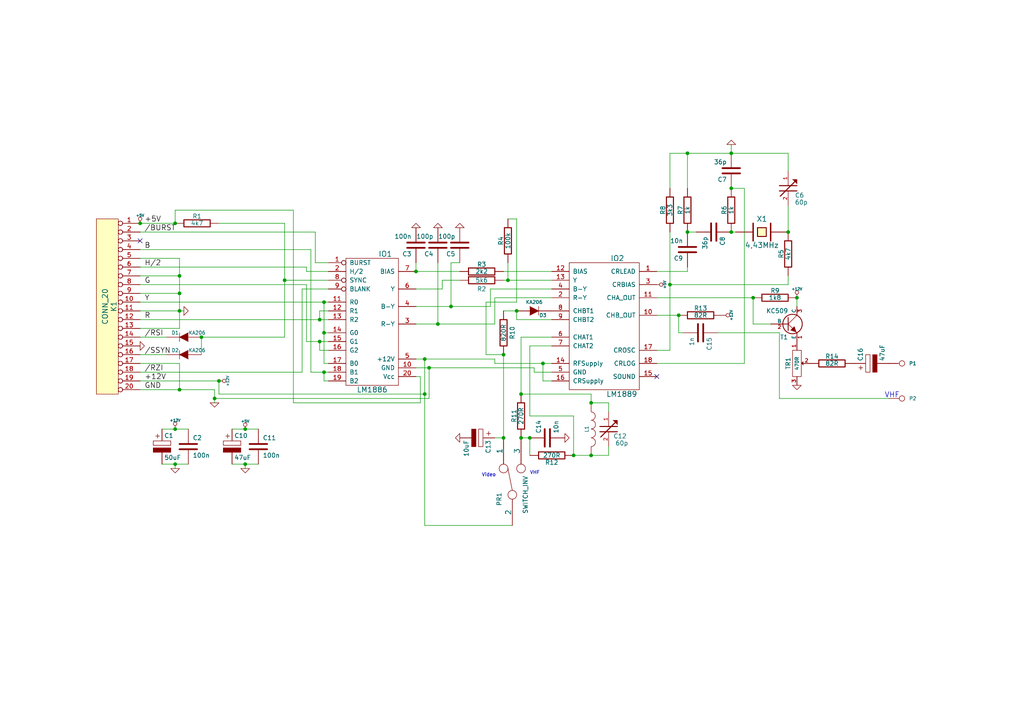
<source format=kicad_sch>
(kicad_sch (version 20211123) (generator eeschema)
  (paper "A4")
  (title_block (title "noname.sch") (date "4 mar 2012"))
  (lib_symbols
    (symbol "modulator-rescue:+12V" (power) (pin_numbers hide) (pin_names (offset 0))
      (property "Value" "+12V" (at 0 2.54 0))
      (symbol "+12V_0_0"
        (pin power_in line (at 0 0 90) (length 0) hide (name "+12V") (number "1"))
      )
      (symbol "+12V_0_1"
        (polyline (pts (xy 0 0) (xy 0 1.016) (xy 0 1.016)))
        (circle (center 0 1.524) (radius 0.508))
      )
    )
    (symbol "modulator-rescue:+5V" (power) (pin_names (offset 1.016))
      (property "Value" "+5V" (at 0 2.286 0))
      (symbol "+5V_0_0"
        (pin power_in line (at 0 0 90) (length 0) hide (name "+5V") (number "1"))
      )
      (symbol "+5V_0_1"
        (polyline (pts (xy 0 0) (xy 0 0.762) (xy 0 0.762) (xy 0 0.762)))
        (circle (center 0 1.27) (radius 0.508))
      )
    )
    (symbol "modulator-rescue:C" (pin_numbers hide) (pin_names (offset 0.254))
      (property "Reference" "C" (at 1.27 2.54 0))
      (property "Value" "C" (at 1.27 -2.54 0))
      (symbol "C_0_1"
        (polyline (pts (xy -2.54 -0.762) (xy 2.54 -0.762)) (stroke (width 0.508)))
        (polyline (pts (xy -2.54 0.762) (xy 2.54 0.762)) (stroke (width 0.508)))
      )
      (symbol "C_1_1"
        (pin passive line (at 0 5.08 270) (length 4.318) (name "~") (number "1"))
        (pin passive line (at 0 -5.08 90) (length 4.318) (name "~") (number "2"))
      )
    )
    (symbol "modulator-rescue:CONN_1" (pin_numbers hide) (pin_names (offset 0.762) hide)
      (property "Reference" "P" (at 2.032 0 0))
      (symbol "CONN_1_0_1"
        (polyline (pts (xy -0.762 0) (xy -1.27 0)))
        (circle (center 0 0) (radius 0.7874))
      )
      (symbol "CONN_1_1_1"
        (pin passive line (at -3.81 0 0) (length 2.54) (name "1") (number "1"))
      )
    )
    (symbol "modulator-rescue:CONN_20" (pin_names (offset 1.016) hide)
      (property "Reference" "P" (at -1.27 0 90))
      (property "Value" "CONN_20" (at 1.27 0 90))
      (symbol "CONN_20_0_1"
        (rectangle (start -2.54 -25.4) (end 3.81 25.4) (fill (type background)))
      )
      (symbol "CONN_20_1_1"
        (pin passive inverted (at -8.89 24.13 0) (length 6.35) (name "P1") (number "1"))
        (pin passive inverted (at -8.89 1.27 0) (length 6.35) (name "P10") (number "10"))
        (pin passive inverted (at -8.89 -1.27 0) (length 6.35) (name "P11") (number "11"))
        (pin passive inverted (at -8.89 -3.81 0) (length 6.35) (name "P12") (number "12"))
        (pin passive inverted (at -8.89 -6.35 0) (length 6.35) (name "P13") (number "13"))
        (pin passive inverted (at -8.89 -8.89 0) (length 6.35) (name "P14") (number "14"))
        (pin passive inverted (at -8.89 -11.43 0) (length 6.35) (name "P15") (number "15"))
        (pin passive inverted (at -8.89 -13.97 0) (length 6.35) (name "P16") (number "16"))
        (pin passive inverted (at -8.89 -16.51 0) (length 6.35) (name "P17") (number "17"))
        (pin passive inverted (at -8.89 -19.05 0) (length 6.35) (name "P18") (number "18"))
        (pin passive inverted (at -8.89 -21.59 0) (length 6.35) (name "P19") (number "19"))
        (pin passive inverted (at -8.89 21.59 0) (length 6.35) (name "P2") (number "2"))
        (pin passive inverted (at -8.89 -24.13 0) (length 6.35) (name "P20") (number "20"))
        (pin passive inverted (at -8.89 19.05 0) (length 6.35) (name "P3") (number "3"))
        (pin passive inverted (at -8.89 16.51 0) (length 6.35) (name "P4") (number "4"))
        (pin passive inverted (at -8.89 13.97 0) (length 6.35) (name "P5") (number "5"))
        (pin passive inverted (at -8.89 11.43 0) (length 6.35) (name "P6") (number "6"))
        (pin passive inverted (at -8.89 8.89 0) (length 6.35) (name "P7") (number "7"))
        (pin passive inverted (at -8.89 6.35 0) (length 6.35) (name "P8") (number "8"))
        (pin passive inverted (at -8.89 3.81 0) (length 6.35) (name "P9") (number "9"))
      )
    )
    (symbol "modulator-rescue:CRYSTAL" (pin_numbers hide) (pin_names (offset 1.016) hide)
      (property "Reference" "X" (at 0 3.81 0))
      (property "Value" "CRYSTAL" (at 0 -3.81 0))
      (symbol "CRYSTAL_0_1"
        (polyline (pts (xy -2.54 2.54) (xy -2.54 -2.54)) (stroke (width 0.4064)))
        (polyline (pts (xy 2.54 2.54) (xy 2.54 -2.54)) (stroke (width 0.4064)))
        (polyline (pts (xy -1.27 1.27) (xy 1.27 1.27) (xy 1.27 -1.27) (xy -1.27 -1.27) (xy -1.27 1.27)) (stroke (width 0.3048)) (fill (type background)))
      )
      (symbol "CRYSTAL_1_1"
        (pin passive line (at -7.62 0 0) (length 5.08) (name "1") (number "1"))
        (pin passive line (at 7.62 0 180) (length 5.08) (name "2") (number "2"))
      )
    )
    (symbol "modulator-rescue:CTRIM" (pin_names (offset 0.254))
      (property "Reference" "C" (at 3.302 -2.032 0))
      (property "Value" "CTRIM" (at 3.81 -4.064 0))
      (symbol "CTRIM_0_1"
        (polyline (pts (xy -2.54 -0.762) (xy 2.54 -0.762)) (stroke (width 0.3048)))
        (polyline (pts (xy -2.54 0.762) (xy 2.54 0.762)) (stroke (width 0.3048)))
        (polyline (pts (xy -2.286 -2.286) (xy 1.905 1.905)) (stroke (width 0.3048)))
        (polyline (pts (xy 1.27 2.54) (xy 2.54 2.54) (xy 2.54 1.27)) (fill (type outline)))
      )
      (symbol "CTRIM_1_1"
        (pin passive line (at 0 5.08 270) (length 4.318) (name "~") (number "1"))
        (pin passive line (at 0 -5.08 90) (length 4.318) (name "~") (number "2"))
      )
    )
    (symbol "modulator-rescue:C_POL" (pin_numbers hide) (pin_names (offset 0.254))
      (property "Reference" "C" (at 0.635 3.175 0))
      (property "Value" "C_POL" (at 0.635 -3.175 0))
      (symbol "C_POL_0_0"
        (text "+" (at -1.27 3.175 0) (effects (font (size 1.524 1.524))))
      )
      (symbol "C_POL_0_1"
        (rectangle (start -2.54 -0.381) (end 2.54 -1.651) (fill (type outline)))
        (polyline (pts (xy 2.54 0.381) (xy 2.54 1.651) (xy -2.54 1.651) (xy -2.54 0.381) (xy 2.54 0.381) (xy 2.54 0.381)))
      )
      (symbol "C_POL_1_1"
        (pin passive line (at 0 5.08 270) (length 3.302) (name "~") (number "1"))
        (pin passive line (at 0 -5.08 90) (length 4.318) (name "~") (number "2"))
      )
    )
    (symbol "modulator-rescue:DIODE" (pin_numbers hide) (pin_names (offset 1.016) hide)
      (property "Reference" "D" (at 0 2.54 0))
      (property "Value" "DIODE" (at 0 -2.54 0))
      (symbol "DIODE_0_1"
        (polyline (pts (xy 1.27 1.27) (xy 1.27 -1.27)) (stroke (width 0.1524)))
        (polyline (pts (xy -1.27 1.27) (xy 1.27 0) (xy -1.27 -1.27)) (fill (type outline)))
      )
      (symbol "DIODE_1_1"
        (pin passive line (at -5.08 0 0) (length 3.81) (name "A") (number "1"))
        (pin passive line (at 5.08 0 180) (length 3.81) (name "K") (number "2"))
      )
    )
    (symbol "modulator-rescue:GND" (power) (pin_names (offset 0))
      (symbol "GND_0_1"
        (polyline (pts (xy -1.27 0) (xy 0 -1.27) (xy 1.27 0) (xy -1.27 0)))
      )
      (symbol "GND_1_1"
        (pin power_in line (at 0 0 90) (length 0) hide (name "GND") (number "1"))
      )
    )
    (symbol "modulator-rescue:INDUCTOR" (pin_numbers hide) (pin_names (offset 1.016) hide)
      (property "Reference" "L" (at -1.27 0 90))
      (property "Value" "INDUCTOR" (at 2.54 0 90))
      (symbol "INDUCTOR_0_1"
        (arc (start 0.0254 -5.0546) (mid 1.245 -3.7973) (end 0.0254 -2.54))
        (arc (start 0.0254 -2.5146) (mid 1.2704 -1.2319) (end 0.0254 0.0508))
        (arc (start 0.0254 0.0254) (mid 1.2704 1.3081) (end 0.0254 2.5908))
        (arc (start 0.0254 2.5654) (mid 1.1942 3.7719) (end 0.0254 4.9784))
      )
      (symbol "INDUCTOR_1_1"
        (pin passive line (at 0 7.62 270) (length 2.54) (name "1") (number "1"))
        (pin passive line (at 0 -7.62 90) (length 2.54) (name "2") (number "2"))
      )
    )
    (symbol "modulator-rescue:LM1886" (pin_names (offset 1.016))
      (property "Reference" "U" (at 3.81 19.05 0))
      (property "Value" "LM1886" (at 0 -20.32 0))
      (symbol "LM1886_0_1"
        (rectangle (start -7.62 17.78) (end 7.62 -19.05))
      )
      (symbol "LM1886_1_1"
        (pin input inverted (at -12.7 16.51 0) (length 5.08) (name "BURST") (number "1"))
        (pin power_in line (at 12.7 -13.97 180) (length 5.08) (name "GND") (number "10"))
        (pin input line (at -12.7 5.08 0) (length 5.08) (name "R0") (number "11"))
        (pin input line (at -12.7 2.54 0) (length 5.08) (name "R1") (number "12"))
        (pin input line (at -12.7 0 0) (length 5.08) (name "R2") (number "13"))
        (pin input line (at -12.7 -3.81 0) (length 5.08) (name "G0") (number "14"))
        (pin input line (at -12.7 -6.35 0) (length 5.08) (name "G1") (number "15"))
        (pin input line (at -12.7 -8.89 0) (length 5.08) (name "G2") (number "16"))
        (pin input line (at -12.7 -12.7 0) (length 5.08) (name "B0") (number "17"))
        (pin input line (at -12.7 -15.24 0) (length 5.08) (name "B1") (number "18"))
        (pin input line (at -12.7 -17.78 0) (length 5.08) (name "B2") (number "19"))
        (pin input line (at -12.7 13.97 0) (length 5.08) (name "H/2") (number "2"))
        (pin power_in line (at 12.7 -16.51 180) (length 5.08) (name "Vcc") (number "20"))
        (pin output line (at 12.7 -1.27 180) (length 5.08) (name "R-Y") (number "3"))
        (pin output line (at 12.7 3.81 180) (length 5.08) (name "B-Y") (number "4"))
        (pin power_in line (at 12.7 -11.43 180) (length 5.08) (name "+12V") (number "5"))
        (pin output line (at 12.7 8.89 180) (length 5.08) (name "Y") (number "6"))
        (pin output line (at 12.7 13.97 180) (length 5.08) (name "BIAS") (number "7"))
        (pin input inverted (at -12.7 11.43 0) (length 5.08) (name "SYNC") (number "8"))
        (pin input inverted (at -12.7 8.89 0) (length 5.08) (name "BLANK") (number "9"))
      )
    )
    (symbol "modulator-rescue:LM1889" (pin_names (offset 1.016))
      (property "Reference" "U" (at 3.81 19.05 0))
      (property "Value" "LM1889" (at 0 -20.32 0))
      (symbol "LM1889_0_1"
        (rectangle (start -10.16 17.78) (end 10.16 -19.05))
      )
      (symbol "LM1889_1_1"
        (pin input line (at 15.24 15.24 180) (length 5.08) (name "CRLEAD") (number "1"))
        (pin output line (at 15.24 2.54 180) (length 5.08) (name "CHB_OUT") (number "10"))
        (pin output line (at 15.24 7.62 180) (length 5.08) (name "CHA_OUT") (number "11"))
        (pin output line (at -15.24 15.24 0) (length 5.08) (name "BIAS") (number "12"))
        (pin output line (at -15.24 12.7 0) (length 5.08) (name "Y") (number "13"))
        (pin power_in line (at -15.24 -11.43 0) (length 5.08) (name "RFSupply") (number "14"))
        (pin input line (at 15.24 -15.24 180) (length 5.08) (name "SOUND") (number "15"))
        (pin power_in line (at -15.24 -16.51 0) (length 5.08) (name "CRSupply") (number "16"))
        (pin output line (at 15.24 -7.62 180) (length 5.08) (name "CROSC") (number "17"))
        (pin input line (at 15.24 -11.43 180) (length 5.08) (name "CRLOG") (number "18"))
        (pin input line (at -15.24 7.62 0) (length 5.08) (name "R-Y") (number "2"))
        (pin input line (at 15.24 11.43 180) (length 5.08) (name "CRBIAS") (number "3"))
        (pin input line (at -15.24 10.16 0) (length 5.08) (name "B-Y") (number "4"))
        (pin power_in line (at -15.24 -13.97 0) (length 5.08) (name "GND") (number "5"))
        (pin input line (at -15.24 -3.81 0) (length 5.08) (name "CHAT1") (number "6"))
        (pin input line (at -15.24 -6.35 0) (length 5.08) (name "CHAT2") (number "7"))
        (pin input line (at -15.24 3.81 0) (length 5.08) (name "CHBT1") (number "8"))
        (pin input line (at -15.24 1.27 0) (length 5.08) (name "CHBT2") (number "9"))
      )
    )
    (symbol "modulator-rescue:NPN" (pin_names (offset 0))
      (property "Reference" "Q" (at 0 -3.81 0))
      (property "Value" "NPN" (at 0 3.81 0))
      (symbol "NPN_0_1"
        (polyline (pts (xy 0 0) (xy 2.54 2.54)))
        (polyline (pts (xy 0 1.905) (xy 0 -1.905) (xy 0 -1.905)) (stroke (width 0.254)))
        (polyline (pts (xy 1.27 -1.27) (xy 0 0) (xy 0 0)))
        (polyline (pts (xy 2.286 -2.286) (xy 2.54 -2.54) (xy 2.54 -2.54)))
        (polyline (pts (xy 2.286 -2.286) (xy 1.778 -0.762) (xy 0.762 -1.778) (xy 2.286 -2.286) (xy 2.286 -2.286)) (fill (type outline)))
        (circle (center 1.27 0) (radius 2.8194) (stroke (width 0.254)))
      )
      (symbol "NPN_1_1"
        (pin passive line (at 2.54 -5.08 90) (length 2.54) (name "E") (number "1"))
        (pin input line (at -5.08 0 0) (length 5.08) (name "B") (number "2"))
        (pin passive line (at 2.54 5.08 270) (length 2.54) (name "C") (number "3"))
      )
    )
    (symbol "modulator-rescue:POT" (pin_names (offset 1.016) hide)
      (property "Reference" "RV" (at 0 -2.54 0))
      (property "Value" "POT" (at 0 0 0))
      (symbol "POT_0_1"
        (rectangle (start -3.81 1.27) (end 3.81 -1.27))
        (polyline (pts (xy 0 1.27) (xy -0.508 1.778) (xy 0.508 1.778)) (fill (type outline)))
      )
      (symbol "POT_1_1"
        (pin passive line (at -6.35 0 0) (length 2.54) (name "1") (number "1"))
        (pin passive line (at 0 3.81 270) (length 2.032) (name "2") (number "2"))
        (pin passive line (at 6.35 0 180) (length 2.54) (name "3") (number "3"))
      )
    )
    (symbol "modulator-rescue:R" (pin_numbers hide) (pin_names (offset 0))
      (property "Reference" "R" (at 2.032 0 90))
      (property "Value" "R" (at 0 0 90))
      (symbol "R_0_1"
        (rectangle (start -1.016 3.81) (end 1.016 -3.81) (stroke (width 0.3048)))
      )
      (symbol "R_1_1"
        (pin passive line (at 0 6.35 270) (length 2.54) (name "~") (number "1"))
        (pin passive line (at 0 -6.35 90) (length 2.54) (name "~") (number "2"))
      )
    )
    (symbol "modulator-rescue:SWITCH_INV" (pin_numbers hide) (pin_names (offset 0))
      (property "Reference" "SW" (at -5.08 3.81 0))
      (property "Value" "SWITCH_INV" (at -3.81 -3.81 0))
      (symbol "SWITCH_INV_0_0"
        (circle (center -3.81 0) (radius 1.27))
        (circle (center 3.81 -2.54) (radius 1.27))
      )
      (symbol "SWITCH_INV_0_1"
        (polyline (pts (xy -2.54 0) (xy 3.81 1.27)))
        (circle (center 3.81 2.54) (radius 1.27))
      )
      (symbol "SWITCH_INV_1_1"
        (pin passive line (at 12.7 2.54 180) (length 7.62) (name "1") (number "1"))
        (pin passive line (at -12.7 0 0) (length 7.62) (name "2") (number "2"))
        (pin passive line (at 12.7 -2.54 180) (length 7.62) (name "3") (number "3"))
      )
    )
  )
  (junction (at 52.07 113.03))
  (junction (at 71.12 134.62))
  (junction (at 146.05 102.87))
  (junction (at 149.86 90.17))
  (junction (at 52.07 90.17))
  (junction (at 93.98 107.95))
  (junction (at 212.09 54.61))
  (junction (at 40.64 64.77))
  (junction (at 194.31 82.55))
  (junction (at 123.19 114.3))
  (junction (at 62.23 115.57))
  (junction (at 92.71 92.71))
  (junction (at 82.55 81.28))
  (junction (at 151.13 127))
  (junction (at 63.5 110.49))
  (junction (at 231.14 86.36))
  (junction (at 171.45 116.84))
  (junction (at 171.45 132.08))
  (junction (at 50.8 134.62))
  (junction (at 58.42 97.79))
  (junction (at 166.37 132.08))
  (junction (at 147.32 81.28))
  (junction (at 50.8 124.46))
  (junction (at 124.46 106.68))
  (junction (at 50.8 64.77))
  (junction (at 199.39 44.45))
  (junction (at 153.67 127))
  (junction (at 196.85 91.44))
  (junction (at 212.09 67.31))
  (junction (at 52.07 85.09))
  (junction (at 127 93.98))
  (junction (at 151.13 114.3))
  (junction (at 130.81 88.9))
  (junction (at 93.98 87.63))
  (junction (at 52.07 80.01))
  (junction (at 228.6 67.31))
  (junction (at 199.39 67.31))
  (junction (at 157.48 105.41))
  (junction (at 92.71 99.06))
  (junction (at 93.98 96.52))
  (junction (at 71.12 124.46))
  (junction (at 123.19 104.14))
  (junction (at 212.09 44.45))
  (junction (at 120.65 78.74))
  (junction (at 146.05 127))
  (junction (at 218.44 86.36))
  (no_connect (at 190.5 109.22))
  (no_connect (at 40.64 69.85))
  (wire (pts (xy 149.86 63.5) (xy 147.32 63.5)))
  (wire (pts (xy 40.64 80.01) (xy 52.07 80.01)))
  (wire (pts (xy 190.5 91.44) (xy 196.85 91.44)))
  (wire (pts (xy 90.17 72.39) (xy 40.64 72.39)))
  (wire (pts (xy 124.46 106.68) (xy 124.46 115.57)))
  (wire (pts (xy 166.37 120.65) (xy 166.37 132.08)))
  (wire (pts (xy 123.19 104.14) (xy 143.51 104.14)))
  (wire (pts (xy 257.81 115.57) (xy 226.06 115.57)))
  (wire (pts (xy 151.13 97.79) (xy 151.13 114.3)))
  (wire (pts (xy 149.86 92.71) (xy 149.86 90.17)))
  (wire (pts (xy 53.34 90.17) (xy 52.07 90.17)))
  (wire (pts (xy 160.02 107.95) (xy 154.94 107.95)))
  (wire (pts (xy 95.25 78.74) (xy 88.9 78.74)))
  (wire (pts (xy 48.26 97.79) (xy 40.64 97.79)))
  (wire (pts (xy 40.64 102.87) (xy 48.26 102.87)))
  (wire (pts (xy 190.5 101.6) (xy 194.31 101.6)))
  (wire (pts (xy 143.51 104.14) (xy 143.51 105.41)))
  (wire (pts (xy 140.97 102.87) (xy 146.05 102.87)))
  (wire (pts (xy 148.59 152.4) (xy 123.19 152.4)))
  (wire (pts (xy 212.09 44.45) (xy 212.09 41.91)))
  (wire (pts (xy 194.31 101.6) (xy 194.31 82.55)))
  (wire (pts (xy 199.39 77.47) (xy 199.39 78.74)))
  (wire (pts (xy 82.55 97.79) (xy 58.42 97.79)))
  (wire (pts (xy 130.81 88.9) (xy 130.81 76.2)))
  (wire (pts (xy 63.5 110.49) (xy 63.5 114.3)))
  (wire (pts (xy 93.98 105.41) (xy 95.25 105.41)))
  (wire (pts (xy 82.55 81.28) (xy 82.55 64.77)))
  (wire (pts (xy 143.51 127) (xy 146.05 127)))
  (wire (pts (xy 71.12 134.62) (xy 71.12 135.89)))
  (wire (pts (xy 160.02 83.82) (xy 142.24 83.82)))
  (wire (pts (xy 93.98 87.63) (xy 93.98 96.52)))
  (wire (pts (xy 198.12 96.52) (xy 196.85 96.52)))
  (wire (pts (xy 52.07 90.17) (xy 52.07 95.25)))
  (wire (pts (xy 194.31 44.45) (xy 194.31 54.61)))
  (wire (pts (xy 166.37 132.08) (xy 171.45 132.08)))
  (wire (pts (xy 212.09 44.45) (xy 228.6 44.45)))
  (wire (pts (xy 71.12 134.62) (xy 74.93 134.62)))
  (wire (pts (xy 171.45 114.3) (xy 171.45 116.84)))
  (wire (pts (xy 147.32 81.28) (xy 160.02 81.28)))
  (wire (pts (xy 88.9 78.74) (xy 88.9 77.47)))
  (wire (pts (xy 50.8 134.62) (xy 50.8 135.89)))
  (wire (pts (xy 63.5 114.3) (xy 123.19 114.3)))
  (wire (pts (xy 130.81 76.2) (xy 133.35 76.2)))
  (wire (pts (xy 226.06 115.57) (xy 226.06 96.52)))
  (wire (pts (xy 142.24 83.82) (xy 142.24 88.9)))
  (wire (pts (xy 199.39 44.45) (xy 212.09 44.45)))
  (wire (pts (xy 91.44 76.2) (xy 91.44 67.31)))
  (wire (pts (xy 199.39 78.74) (xy 190.5 78.74)))
  (wire (pts (xy 95.25 110.49) (xy 93.98 110.49)))
  (wire (pts (xy 124.46 115.57) (xy 62.23 115.57)))
  (wire (pts (xy 93.98 107.95) (xy 90.17 107.95)))
  (wire (pts (xy 228.6 82.55) (xy 228.6 80.01)))
  (wire (pts (xy 52.07 105.41) (xy 52.07 113.03)))
  (wire (pts (xy 143.51 86.36) (xy 160.02 86.36)))
  (wire (pts (xy 123.19 152.4) (xy 123.19 114.3)))
  (wire (pts (xy 153.67 100.33) (xy 153.67 120.65)))
  (wire (pts (xy 50.8 134.62) (xy 54.61 134.62)))
  (wire (pts (xy 71.12 124.46) (xy 74.93 124.46)))
  (wire (pts (xy 212.09 67.31) (xy 213.36 67.31)))
  (wire (pts (xy 93.98 87.63) (xy 95.25 87.63)))
  (wire (pts (xy 52.07 85.09) (xy 40.64 85.09)))
  (wire (pts (xy 121.92 109.22) (xy 120.65 109.22)))
  (wire (pts (xy 95.25 107.95) (xy 93.98 107.95)))
  (wire (pts (xy 85.09 116.84) (xy 121.92 116.84)))
  (wire (pts (xy 146.05 81.28) (xy 147.32 81.28)))
  (wire (pts (xy 176.53 119.38) (xy 176.53 116.84)))
  (wire (pts (xy 228.6 67.31) (xy 228.6 59.69)))
  (wire (pts (xy 40.64 107.95) (xy 87.63 107.95)))
  (wire (pts (xy 40.64 110.49) (xy 63.5 110.49)))
  (wire (pts (xy 201.93 67.31) (xy 199.39 67.31)))
  (wire (pts (xy 199.39 44.45) (xy 199.39 54.61)))
  (wire (pts (xy 196.85 96.52) (xy 196.85 91.44)))
  (wire (pts (xy 133.35 81.28) (xy 128.27 81.28)))
  (wire (pts (xy 228.6 44.45) (xy 228.6 49.53)))
  (wire (pts (xy 92.71 99.06) (xy 88.9 99.06)))
  (wire (pts (xy 128.27 83.82) (xy 120.65 83.82)))
  (wire (pts (xy 52.07 80.01) (xy 52.07 85.09)))
  (wire (pts (xy 146.05 127) (xy 146.05 102.87)))
  (wire (pts (xy 143.51 93.98) (xy 143.51 86.36)))
  (wire (pts (xy 142.24 88.9) (xy 130.81 88.9)))
  (wire (pts (xy 120.65 104.14) (xy 123.19 104.14)))
  (wire (pts (xy 160.02 110.49) (xy 157.48 110.49)))
  (wire (pts (xy 215.9 105.41) (xy 190.5 105.41)))
  (wire (pts (xy 160.02 100.33) (xy 153.67 100.33)))
  (wire (pts (xy 223.52 93.98) (xy 218.44 93.98)))
  (wire (pts (xy 50.8 64.77) (xy 40.64 64.77)))
  (wire (pts (xy 147.32 76.2) (xy 147.32 81.28)))
  (wire (pts (xy 212.09 54.61) (xy 215.9 54.61)))
  (wire (pts (xy 91.44 67.31) (xy 40.64 67.31)))
  (wire (pts (xy 153.67 120.65) (xy 166.37 120.65)))
  (wire (pts (xy 154.94 107.95) (xy 154.94 106.68)))
  (wire (pts (xy 218.44 93.98) (xy 218.44 86.36)))
  (wire (pts (xy 40.64 95.25) (xy 52.07 95.25)))
  (wire (pts (xy 62.23 115.57) (xy 62.23 113.03)))
  (wire (pts (xy 40.64 92.71) (xy 92.71 92.71)))
  (wire (pts (xy 133.35 78.74) (xy 120.65 78.74)))
  (wire (pts (xy 90.17 107.95) (xy 90.17 72.39)))
  (wire (pts (xy 62.23 116.84) (xy 62.23 115.57)))
  (wire (pts (xy 95.25 76.2) (xy 91.44 76.2)))
  (wire (pts (xy 146.05 78.74) (xy 160.02 78.74)))
  (wire (pts (xy 215.9 54.61) (xy 215.9 105.41)))
  (wire (pts (xy 149.86 87.63) (xy 149.86 63.5)))
  (wire (pts (xy 194.31 82.55) (xy 228.6 82.55)))
  (wire (pts (xy 153.67 127) (xy 153.67 132.08)))
  (wire (pts (xy 127 76.2) (xy 127 93.98)))
  (wire (pts (xy 93.98 96.52) (xy 93.98 105.41)))
  (wire (pts (xy 194.31 44.45) (xy 199.39 44.45)))
  (wire (pts (xy 190.5 86.36) (xy 218.44 86.36)))
  (wire (pts (xy 85.09 116.84) (xy 85.09 60.96)))
  (wire (pts (xy 87.63 83.82) (xy 95.25 83.82)))
  (wire (pts (xy 88.9 82.55) (xy 40.64 82.55)))
  (wire (pts (xy 120.65 78.74) (xy 120.65 76.2)))
  (wire (pts (xy 231.14 88.9) (xy 231.14 86.36)))
  (wire (pts (xy 88.9 77.47) (xy 40.64 77.47)))
  (wire (pts (xy 82.55 97.79) (xy 82.55 81.28)))
  (wire (pts (xy 40.64 105.41) (xy 52.07 105.41)))
  (wire (pts (xy 67.31 124.46) (xy 71.12 124.46)))
  (wire (pts (xy 160.02 97.79) (xy 151.13 97.79)))
  (wire (pts (xy 92.71 90.17) (xy 95.25 90.17)))
  (wire (pts (xy 171.45 114.3) (xy 151.13 114.3)))
  (wire (pts (xy 176.53 116.84) (xy 171.45 116.84)))
  (wire (pts (xy 121.92 116.84) (xy 121.92 109.22)))
  (wire (pts (xy 87.63 107.95) (xy 87.63 83.82)))
  (wire (pts (xy 95.25 101.6) (xy 92.71 101.6)))
  (wire (pts (xy 123.19 114.3) (xy 123.19 104.14)))
  (wire (pts (xy 50.8 64.77) (xy 50.8 60.96)))
  (wire (pts (xy 52.07 74.93) (xy 40.64 74.93)))
  (wire (pts (xy 40.64 87.63) (xy 93.98 87.63)))
  (wire (pts (xy 82.55 81.28) (xy 95.25 81.28)))
  (wire (pts (xy 52.07 74.93) (xy 52.07 80.01)))
  (wire (pts (xy 140.97 87.63) (xy 149.86 87.63)))
  (wire (pts (xy 92.71 92.71) (xy 95.25 92.71)))
  (wire (pts (xy 95.25 96.52) (xy 93.98 96.52)))
  (wire (pts (xy 88.9 99.06) (xy 88.9 82.55)))
  (wire (pts (xy 157.48 105.41) (xy 160.02 105.41)))
  (wire (pts (xy 160.02 92.71) (xy 149.86 92.71)))
  (wire (pts (xy 52.07 113.03) (xy 40.64 113.03)))
  (wire (pts (xy 127 93.98) (xy 143.51 93.98)))
  (wire (pts (xy 151.13 127) (xy 153.67 127)))
  (wire (pts (xy 140.97 102.87) (xy 140.97 87.63)))
  (wire (pts (xy 46.99 124.46) (xy 50.8 124.46)))
  (wire (pts (xy 128.27 81.28) (xy 128.27 83.82)))
  (wire (pts (xy 154.94 106.68) (xy 124.46 106.68)))
  (wire (pts (xy 124.46 106.68) (xy 120.65 106.68)))
  (wire (pts (xy 226.06 96.52) (xy 208.28 96.52)))
  (wire (pts (xy 92.71 92.71) (xy 92.71 90.17)))
  (wire (pts (xy 143.51 105.41) (xy 157.48 105.41)))
  (wire (pts (xy 120.65 93.98) (xy 127 93.98)))
  (wire (pts (xy 82.55 64.77) (xy 63.5 64.77)))
  (wire (pts (xy 93.98 110.49) (xy 93.98 107.95)))
  (wire (pts (xy 95.25 99.06) (xy 92.71 99.06)))
  (wire (pts (xy 85.09 60.96) (xy 50.8 60.96)))
  (wire (pts (xy 50.8 124.46) (xy 54.61 124.46)))
  (wire (pts (xy 52.07 85.09) (xy 52.07 90.17)))
  (wire (pts (xy 157.48 110.49) (xy 157.48 105.41)))
  (wire (pts (xy 92.71 101.6) (xy 92.71 99.06)))
  (wire (pts (xy 194.31 82.55) (xy 194.31 67.31)))
  (wire (pts (xy 52.07 90.17) (xy 40.64 90.17)))
  (wire (pts (xy 62.23 113.03) (xy 52.07 113.03)))
  (wire (pts (xy 146.05 90.17) (xy 149.86 90.17)))
  (wire (pts (xy 176.53 132.08) (xy 176.53 129.54)))
  (wire (pts (xy 67.31 134.62) (xy 71.12 134.62)))
  (wire (pts (xy 130.81 88.9) (xy 120.65 88.9)))
  (wire (pts (xy 171.45 132.08) (xy 176.53 132.08)))
  (wire (pts (xy 46.99 134.62) (xy 50.8 134.62)))
  (wire (pts (xy 58.42 97.79) (xy 58.42 102.87)))
  (text "Video" (at 139.7 138.43 0) (effects (font (size 0.9906 0.9906)) (justify left bottom)))
  (text "VHF" (at 256.54 115.57 0) (effects (font (size 1.524 1.524)) (justify left bottom)))
  (text "VHF" (at 153.67 137.795 0) (effects (font (size 0.9906 0.9906)) (justify left bottom)))
  (label "/RSI" (at 41.91 97.79 0) (effects (font (size 1.524 1.524))))
  (label "/RZI" (at 41.91 107.95 0) (effects (font (size 1.524 1.524))))
  (label "Y" (at 41.91 87.63 0) (effects (font (size 1.524 1.524))))
  (label "GND" (at 41.91 113.03 0) (effects (font (size 1.524 1.524))))
  (label "+5V" (at 41.91 64.77 0) (effects (font (size 1.524 1.524))))
  (label "R" (at 41.91 92.71 0) (effects (font (size 1.524 1.524))))
  (label "/BURST" (at 41.91 67.31 0) (effects (font (size 1.524 1.524))))
  (label "G" (at 41.91 82.55 0) (effects (font (size 1.524 1.524))))
  (label "/SSYN" (at 41.91 102.87 0) (effects (font (size 1.524 1.524))))
  (label "+12V" (at 41.91 110.49 0) (effects (font (size 1.524 1.524))))
  (label "B" (at 41.91 72.39 0) (effects (font (size 1.524 1.524))))
  (label "H/2" (at 41.91 77.47 0) (effects (font (size 1.524 1.524))))
  (symbol (lib_id "modulator-rescue:CONN_20") (at 31.75 88.9 0) (mirror y) (unit 1)
    (property "Reference" "K1" (at 33.02 88.9 90) (effects (font (size 1.524 1.524))))
    (property "Value" "CONN_20" (at 30.48 88.9 90) (effects (font (size 1.524 1.524))))
    (property "Footprint" "Mistrum:TY5112011" (effects hide))
  )
  (symbol (lib_id "modulator-rescue:LM1886") (at 107.95 92.71 0) (unit 1)
    (property "Reference" "IO1" (at 111.76 73.66 0) (effects (font (size 1.524 1.524))))
    (property "Value" "LM1886" (at 107.95 113.03 0) (effects (font (size 1.524 1.524))))
  )
  (symbol (lib_id "modulator-rescue:LM1889") (at 175.26 93.98 0) (unit 1)
    (property "Reference" "IO2" (at 179.07 74.93 0) (effects (font (size 1.524 1.524))))
    (property "Value" "LM1889" (at 180.34 114.3 0) (effects (font (size 1.524 1.524))))
  )
  (symbol (lib_id "modulator-rescue:DIODE") (at 53.34 97.79 180) (unit 1)
    (property "Reference" "D1" (at 50.8 96.52 0) (effects (font (size 1.016 1.016))))
    (property "Value" "KA206" (at 57.15 96.52 0) (effects (font (size 1.016 1.016))))
  )
  (symbol (lib_id "modulator-rescue:DIODE") (at 53.34 102.87 180) (unit 1)
    (property "Reference" "D2" (at 50.8 101.6 0) (effects (font (size 1.016 1.016))))
    (property "Value" "KA206" (at 57.15 101.6 0) (effects (font (size 1.016 1.016))))
  )
  (symbol (lib_id "modulator-rescue:R") (at 57.15 64.77 90) (unit 1)
    (property "Reference" "R1" (at 57.15 62.738 90))
    (property "Value" "4k7" (at 57.15 64.77 90))
  )
  (symbol (lib_id "modulator-rescue:+5V") (at 40.64 64.77 0) (unit 1)
    (property "Reference" "#PWR020" (effects hide))
    (property "Value" "+5V" (at 40.64 62.484 0) (effects (font (size 0.762 0.762))))
  )
  (symbol (lib_id "modulator-rescue:R") (at 139.7 78.74 90) (unit 1)
    (property "Reference" "R3" (at 139.7 76.708 90))
    (property "Value" "2k2" (at 139.7 78.74 90))
  )
  (symbol (lib_id "modulator-rescue:R") (at 139.7 81.28 90) (unit 1)
    (property "Reference" "R2" (at 139.7 83.82 90))
    (property "Value" "5k6" (at 139.7 81.28 90))
  )
  (symbol (lib_id "modulator-rescue:GND") (at 62.23 116.84 0) (unit 1)
    (property "Reference" "#PWR019" (effects hide))
    (property "Value" "GND" (effects hide))
  )
  (symbol (lib_id "modulator-rescue:DIODE") (at 154.94 90.17 0) (unit 1)
    (property "Reference" "D3" (at 157.48 91.44 0) (effects (font (size 1.016 1.016))))
    (property "Value" "KA206" (at 154.94 87.63 0) (effects (font (size 1.016 1.016))))
  )
  (symbol (lib_id "modulator-rescue:R") (at 146.05 96.52 180) (unit 1)
    (property "Reference" "R10" (at 148.59 96.52 90))
    (property "Value" "820R" (at 146.05 96.52 90))
  )
  (symbol (lib_id "modulator-rescue:R") (at 199.39 60.96 180) (unit 1)
    (property "Reference" "R7" (at 197.358 60.96 90))
    (property "Value" "1k" (at 199.39 60.96 90))
  )
  (symbol (lib_id "modulator-rescue:R") (at 147.32 69.85 180) (unit 1)
    (property "Reference" "R4" (at 145.288 69.85 90))
    (property "Value" "100k" (at 147.32 69.85 90))
  )
  (symbol (lib_id "modulator-rescue:SWITCH_INV") (at 148.59 139.7 90) (unit 1)
    (property "Reference" "PR1" (at 144.78 144.78 0))
    (property "Value" "SWITCH_INV" (at 152.4 143.51 0))
  )
  (symbol (lib_id "modulator-rescue:C_POL") (at 138.43 127 270) (unit 1)
    (property "Reference" "C13" (at 141.605 127.635 0) (effects (justify left)))
    (property "Value" "10uF" (at 135.255 127.635 0) (effects (justify left)))
  )
  (symbol (lib_id "modulator-rescue:GND") (at 133.35 127 270) (unit 1)
    (property "Reference" "#PWR018" (effects hide))
    (property "Value" "GND" (effects hide))
  )
  (symbol (lib_id "modulator-rescue:R") (at 151.13 120.65 180) (unit 1)
    (property "Reference" "R11" (at 149.098 120.65 90))
    (property "Value" "270R" (at 151.13 120.65 90))
  )
  (symbol (lib_id "modulator-rescue:C") (at 158.75 127 90) (unit 1)
    (property "Reference" "C14" (at 156.21 125.73 0) (effects (justify left)))
    (property "Value" "10n" (at 161.29 125.73 0) (effects (justify left)))
  )
  (symbol (lib_id "modulator-rescue:GND") (at 163.83 127 90) (unit 1)
    (property "Reference" "#PWR017" (effects hide))
    (property "Value" "GND" (effects hide))
  )
  (symbol (lib_id "modulator-rescue:R") (at 160.02 132.08 270) (unit 1)
    (property "Reference" "R12" (at 160.02 134.112 90))
    (property "Value" "270R" (at 160.02 132.08 90))
  )
  (symbol (lib_id "modulator-rescue:INDUCTOR") (at 171.45 124.46 0) (unit 1)
    (property "Reference" "L1" (at 170.18 124.46 90) (effects (font (size 1.016 1.016))))
    (property "Value" "INDUCTOR" (effects hide))
  )
  (symbol (lib_id "modulator-rescue:CTRIM") (at 176.53 124.46 0) (unit 1)
    (property "Reference" "C12" (at 179.832 126.492 0))
    (property "Value" "60p" (at 180.34 128.524 0))
  )
  (symbol (lib_id "modulator-rescue:C") (at 120.65 71.12 180) (unit 1)
    (property "Reference" "C3" (at 119.38 73.66 0) (effects (justify left)))
    (property "Value" "100n" (at 119.38 68.58 0) (effects (justify left)))
  )
  (symbol (lib_id "modulator-rescue:GND") (at 120.65 66.04 180) (unit 1)
    (property "Reference" "#PWR016" (effects hide))
    (property "Value" "GND" (effects hide))
  )
  (symbol (lib_id "modulator-rescue:C") (at 127 71.12 180) (unit 1)
    (property "Reference" "C4" (at 125.73 73.66 0) (effects (justify left)))
    (property "Value" "100p" (at 125.73 68.58 0) (effects (justify left)))
  )
  (symbol (lib_id "modulator-rescue:GND") (at 127 66.04 180) (unit 1)
    (property "Reference" "#PWR015" (effects hide))
    (property "Value" "GND" (effects hide))
  )
  (symbol (lib_id "modulator-rescue:C") (at 133.35 71.12 180) (unit 1)
    (property "Reference" "C5" (at 132.08 73.66 0) (effects (justify left)))
    (property "Value" "100p" (at 132.08 68.58 0) (effects (justify left)))
  )
  (symbol (lib_id "modulator-rescue:GND") (at 133.35 66.04 180) (unit 1)
    (property "Reference" "#PWR014" (effects hide))
    (property "Value" "GND" (effects hide))
  )
  (symbol (lib_id "modulator-rescue:C") (at 199.39 72.39 180) (unit 1)
    (property "Reference" "C9" (at 198.12 74.93 0) (effects (justify left)))
    (property "Value" "10n" (at 198.12 69.85 0) (effects (justify left)))
  )
  (symbol (lib_id "modulator-rescue:C") (at 207.01 67.31 270) (unit 1)
    (property "Reference" "C8" (at 209.55 68.58 0) (effects (justify left)))
    (property "Value" "36p" (at 204.47 68.58 0) (effects (justify left)))
  )
  (symbol (lib_id "modulator-rescue:R") (at 212.09 60.96 180) (unit 1)
    (property "Reference" "R6" (at 210.058 60.96 90))
    (property "Value" "1k" (at 212.09 60.96 90))
  )
  (symbol (lib_id "modulator-rescue:C") (at 212.09 49.53 180) (unit 1)
    (property "Reference" "C7" (at 210.82 52.07 0) (effects (justify left)))
    (property "Value" "36p" (at 210.82 46.99 0) (effects (justify left)))
  )
  (symbol (lib_id "modulator-rescue:CTRIM") (at 228.6 54.61 0) (unit 1)
    (property "Reference" "C6" (at 231.902 56.642 0))
    (property "Value" "60p" (at 232.41 58.674 0))
  )
  (symbol (lib_id "modulator-rescue:CRYSTAL") (at 220.98 67.31 0) (unit 1)
    (property "Reference" "X1" (at 220.98 63.5 0) (effects (font (size 1.524 1.524))))
    (property "Value" "4,43MHz" (at 220.98 71.12 0) (effects (font (size 1.524 1.524))))
  )
  (symbol (lib_id "modulator-rescue:+5V") (at 190.5 82.55 270) (unit 1)
    (property "Reference" "#PWR013" (effects hide))
    (property "Value" "+5V" (at 192.786 82.55 0) (effects (font (size 0.762 0.762))))
  )
  (symbol (lib_id "modulator-rescue:R") (at 194.31 60.96 180) (unit 1)
    (property "Reference" "R8" (at 192.278 60.96 90))
    (property "Value" "3k3" (at 194.31 60.96 90))
  )
  (symbol (lib_id "modulator-rescue:R") (at 228.6 73.66 180) (unit 1)
    (property "Reference" "R5" (at 226.568 73.66 90))
    (property "Value" "4k7" (at 228.6 73.66 90))
  )
  (symbol (lib_id "modulator-rescue:R") (at 224.79 86.36 90) (unit 1)
    (property "Reference" "R9" (at 224.79 84.328 90))
    (property "Value" "1k8" (at 224.79 86.36 90))
  )
  (symbol (lib_id "modulator-rescue:NPN") (at 228.6 93.98 0) (unit 1)
    (property "Reference" "T1" (at 228.6 97.79 0) (effects (justify right)))
    (property "Value" "KC509" (at 228.6 90.17 0) (effects (justify right)))
  )
  (symbol (lib_id "modulator-rescue:+12V") (at 63.5 110.49 270) (unit 1)
    (property "Reference" "#PWR012" (effects hide))
    (property "Value" "+12V" (at 66.04 110.49 0) (effects (font (size 0.762 0.762))))
  )
  (symbol (lib_id "modulator-rescue:+12V") (at 231.14 86.36 0) (unit 1)
    (property "Reference" "#PWR011" (effects hide))
    (property "Value" "+12V" (at 231.14 83.82 0) (effects (font (size 0.762 0.762))))
  )
  (symbol (lib_id "modulator-rescue:POT") (at 231.14 105.41 270) (unit 1)
    (property "Reference" "TR1" (at 228.6 105.41 0))
    (property "Value" "470R" (at 231.14 105.41 0) (effects (font (size 1 1))))
  )
  (symbol (lib_id "modulator-rescue:GND") (at 231.14 111.76 0) (unit 1)
    (property "Reference" "#PWR010" (effects hide))
    (property "Value" "GND" (effects hide))
  )
  (symbol (lib_id "modulator-rescue:R") (at 241.3 105.41 90) (unit 1)
    (property "Reference" "R14" (at 241.3 103.378 90))
    (property "Value" "82R" (at 241.3 105.41 90))
  )
  (symbol (lib_id "modulator-rescue:C_POL") (at 252.73 105.41 90) (unit 1)
    (property "Reference" "C16" (at 249.555 104.775 0) (effects (justify left)))
    (property "Value" "47uF" (at 255.905 104.775 0) (effects (justify left)))
  )
  (symbol (lib_id "modulator-rescue:R") (at 203.2 91.44 90) (unit 1)
    (property "Reference" "R13" (at 203.2 89.408 90))
    (property "Value" "82R" (at 203.2 91.44 90))
  )
  (symbol (lib_id "modulator-rescue:+12V") (at 209.55 91.44 270) (unit 1)
    (property "Reference" "#PWR08" (effects hide))
    (property "Value" "+12V" (at 212.09 91.44 0) (effects (font (size 0.762 0.762))))
  )
  (symbol (lib_id "modulator-rescue:C") (at 203.2 96.52 270) (unit 1)
    (property "Reference" "C15" (at 205.74 97.79 0) (effects (justify left)))
    (property "Value" "1n" (at 200.66 97.79 0) (effects (justify left)))
  )
  (symbol (lib_id "modulator-rescue:CONN_1") (at 261.62 115.57 0) (unit 1)
    (property "Reference" "P2" (at 263.652 115.57 0) (effects (font (size 1.016 1.016)) (justify left)))
    (property "Value" "CONN_1" (effects hide))
  )
  (symbol (lib_id "modulator-rescue:C_POL") (at 46.99 129.54 0) (unit 1)
    (property "Reference" "C1" (at 47.625 126.365 0) (effects (justify left)))
    (property "Value" "50uF" (at 47.625 132.715 0) (effects (justify left)))
  )
  (symbol (lib_id "modulator-rescue:C") (at 54.61 129.54 0) (unit 1)
    (property "Reference" "C2" (at 55.88 127 0) (effects (justify left)))
    (property "Value" "100n" (at 55.88 132.08 0) (effects (justify left)))
  )
  (symbol (lib_id "modulator-rescue:GND") (at 50.8 135.89 0) (unit 1)
    (property "Reference" "#PWR07" (effects hide))
    (property "Value" "GND" (effects hide))
  )
  (symbol (lib_id "modulator-rescue:+12V") (at 50.8 124.46 0) (unit 1)
    (property "Reference" "#PWR06" (effects hide))
    (property "Value" "+12V" (at 50.8 121.92 0) (effects (font (size 0.762 0.762))))
  )
  (symbol (lib_id "modulator-rescue:GND") (at 71.12 135.89 0) (unit 1)
    (property "Reference" "#PWR05" (effects hide))
    (property "Value" "GND" (effects hide))
  )
  (symbol (lib_id "modulator-rescue:C") (at 74.93 129.54 0) (unit 1)
    (property "Reference" "C11" (at 76.2 127 0) (effects (justify left)))
    (property "Value" "100n" (at 76.2 132.08 0) (effects (justify left)))
  )
  (symbol (lib_id "modulator-rescue:C_POL") (at 67.31 129.54 0) (unit 1)
    (property "Reference" "C10" (at 67.945 126.365 0) (effects (justify left)))
    (property "Value" "47uF" (at 67.945 132.715 0) (effects (justify left)))
  )
  (symbol (lib_id "modulator-rescue:+5V") (at 71.12 124.46 0) (unit 1)
    (property "Reference" "#PWR04" (effects hide))
    (property "Value" "+5V" (at 71.12 122.174 0) (effects (font (size 0.762 0.762))))
  )
  (symbol (lib_id "modulator-rescue:GND") (at 40.64 100.33 90) (unit 1)
    (property "Reference" "#PWR03" (effects hide))
    (property "Value" "GND" (effects hide))
  )
  (symbol (lib_id "modulator-rescue:GND") (at 53.34 90.17 90) (unit 1)
    (property "Reference" "#PWR02" (effects hide))
    (property "Value" "GND" (effects hide))
  )
  (symbol (lib_id "modulator-rescue:GND") (at 212.09 41.91 180) (unit 1)
    (property "Reference" "#PWR01" (effects hide))
    (property "Value" "GND" (effects hide))
  )
  (symbol (lib_id "modulator-rescue:CONN_1") (at 261.62 105.41 0) (unit 1)
    (property "Reference" "P1" (at 263.652 105.41 0) (effects (font (size 1.016 1.016)) (justify left)))
    (property "Value" "CONN_1" (effects hide))
    (property "Footprint" "Connector_Pin:Pin_D0.7mm_L6.5mm_W1.8mm_FlatFork" (effects hide))
  )
)
</source>
